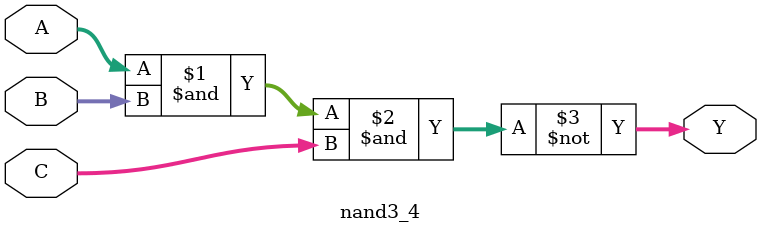
<source format=sv>
module nand3_4 (input wire [3:0] A, input wire [3:0] B, input wire [3:0] C, output wire [3:0] Y);
    assign Y = ~(A & B & C);  // 4-bit wide 3-input NAND gate
endmodule
</source>
